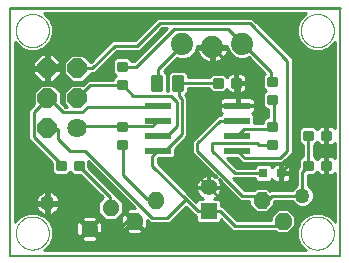
<source format=gtl>
G75*
%MOIN*%
%OFA0B0*%
%FSLAX25Y25*%
%IPPOS*%
%LPD*%
%AMOC8*
5,1,8,0,0,1.08239X$1,22.5*
%
%ADD10C,0.00800*%
%ADD11C,0.00000*%
%ADD12C,0.01000*%
%ADD13C,0.05000*%
%ADD14C,0.00875*%
%ADD15R,0.05550X0.05550*%
%ADD16C,0.05550*%
%ADD17C,0.01120*%
%ADD18R,0.03150X0.03150*%
%ADD19C,0.06400*%
%ADD20OC8,0.06400*%
%ADD21R,0.08700X0.02400*%
%ADD22C,0.07400*%
D10*
X0001823Y0001500D02*
X0001823Y0084000D01*
X0111823Y0084000D02*
X0111823Y0001500D01*
X0001823Y0001500D01*
D11*
X0003811Y0009000D02*
X0003813Y0009148D01*
X0003819Y0009296D01*
X0003829Y0009444D01*
X0003843Y0009591D01*
X0003861Y0009738D01*
X0003882Y0009884D01*
X0003908Y0010030D01*
X0003938Y0010175D01*
X0003971Y0010319D01*
X0004009Y0010462D01*
X0004050Y0010604D01*
X0004095Y0010745D01*
X0004143Y0010885D01*
X0004196Y0011024D01*
X0004252Y0011161D01*
X0004312Y0011296D01*
X0004375Y0011430D01*
X0004442Y0011562D01*
X0004513Y0011692D01*
X0004587Y0011820D01*
X0004664Y0011946D01*
X0004745Y0012070D01*
X0004829Y0012192D01*
X0004916Y0012311D01*
X0005007Y0012428D01*
X0005101Y0012543D01*
X0005197Y0012655D01*
X0005297Y0012765D01*
X0005399Y0012871D01*
X0005505Y0012975D01*
X0005613Y0013076D01*
X0005724Y0013174D01*
X0005837Y0013270D01*
X0005953Y0013362D01*
X0006071Y0013451D01*
X0006192Y0013536D01*
X0006315Y0013619D01*
X0006440Y0013698D01*
X0006567Y0013774D01*
X0006696Y0013846D01*
X0006827Y0013915D01*
X0006960Y0013980D01*
X0007095Y0014041D01*
X0007231Y0014099D01*
X0007368Y0014154D01*
X0007507Y0014204D01*
X0007648Y0014251D01*
X0007789Y0014294D01*
X0007932Y0014334D01*
X0008076Y0014369D01*
X0008220Y0014401D01*
X0008366Y0014428D01*
X0008512Y0014452D01*
X0008659Y0014472D01*
X0008806Y0014488D01*
X0008953Y0014500D01*
X0009101Y0014508D01*
X0009249Y0014512D01*
X0009397Y0014512D01*
X0009545Y0014508D01*
X0009693Y0014500D01*
X0009840Y0014488D01*
X0009987Y0014472D01*
X0010134Y0014452D01*
X0010280Y0014428D01*
X0010426Y0014401D01*
X0010570Y0014369D01*
X0010714Y0014334D01*
X0010857Y0014294D01*
X0010998Y0014251D01*
X0011139Y0014204D01*
X0011278Y0014154D01*
X0011415Y0014099D01*
X0011551Y0014041D01*
X0011686Y0013980D01*
X0011819Y0013915D01*
X0011950Y0013846D01*
X0012079Y0013774D01*
X0012206Y0013698D01*
X0012331Y0013619D01*
X0012454Y0013536D01*
X0012575Y0013451D01*
X0012693Y0013362D01*
X0012809Y0013270D01*
X0012922Y0013174D01*
X0013033Y0013076D01*
X0013141Y0012975D01*
X0013247Y0012871D01*
X0013349Y0012765D01*
X0013449Y0012655D01*
X0013545Y0012543D01*
X0013639Y0012428D01*
X0013730Y0012311D01*
X0013817Y0012192D01*
X0013901Y0012070D01*
X0013982Y0011946D01*
X0014059Y0011820D01*
X0014133Y0011692D01*
X0014204Y0011562D01*
X0014271Y0011430D01*
X0014334Y0011296D01*
X0014394Y0011161D01*
X0014450Y0011024D01*
X0014503Y0010885D01*
X0014551Y0010745D01*
X0014596Y0010604D01*
X0014637Y0010462D01*
X0014675Y0010319D01*
X0014708Y0010175D01*
X0014738Y0010030D01*
X0014764Y0009884D01*
X0014785Y0009738D01*
X0014803Y0009591D01*
X0014817Y0009444D01*
X0014827Y0009296D01*
X0014833Y0009148D01*
X0014835Y0009000D01*
X0014833Y0008852D01*
X0014827Y0008704D01*
X0014817Y0008556D01*
X0014803Y0008409D01*
X0014785Y0008262D01*
X0014764Y0008116D01*
X0014738Y0007970D01*
X0014708Y0007825D01*
X0014675Y0007681D01*
X0014637Y0007538D01*
X0014596Y0007396D01*
X0014551Y0007255D01*
X0014503Y0007115D01*
X0014450Y0006976D01*
X0014394Y0006839D01*
X0014334Y0006704D01*
X0014271Y0006570D01*
X0014204Y0006438D01*
X0014133Y0006308D01*
X0014059Y0006180D01*
X0013982Y0006054D01*
X0013901Y0005930D01*
X0013817Y0005808D01*
X0013730Y0005689D01*
X0013639Y0005572D01*
X0013545Y0005457D01*
X0013449Y0005345D01*
X0013349Y0005235D01*
X0013247Y0005129D01*
X0013141Y0005025D01*
X0013033Y0004924D01*
X0012922Y0004826D01*
X0012809Y0004730D01*
X0012693Y0004638D01*
X0012575Y0004549D01*
X0012454Y0004464D01*
X0012331Y0004381D01*
X0012206Y0004302D01*
X0012079Y0004226D01*
X0011950Y0004154D01*
X0011819Y0004085D01*
X0011686Y0004020D01*
X0011551Y0003959D01*
X0011415Y0003901D01*
X0011278Y0003846D01*
X0011139Y0003796D01*
X0010998Y0003749D01*
X0010857Y0003706D01*
X0010714Y0003666D01*
X0010570Y0003631D01*
X0010426Y0003599D01*
X0010280Y0003572D01*
X0010134Y0003548D01*
X0009987Y0003528D01*
X0009840Y0003512D01*
X0009693Y0003500D01*
X0009545Y0003492D01*
X0009397Y0003488D01*
X0009249Y0003488D01*
X0009101Y0003492D01*
X0008953Y0003500D01*
X0008806Y0003512D01*
X0008659Y0003528D01*
X0008512Y0003548D01*
X0008366Y0003572D01*
X0008220Y0003599D01*
X0008076Y0003631D01*
X0007932Y0003666D01*
X0007789Y0003706D01*
X0007648Y0003749D01*
X0007507Y0003796D01*
X0007368Y0003846D01*
X0007231Y0003901D01*
X0007095Y0003959D01*
X0006960Y0004020D01*
X0006827Y0004085D01*
X0006696Y0004154D01*
X0006567Y0004226D01*
X0006440Y0004302D01*
X0006315Y0004381D01*
X0006192Y0004464D01*
X0006071Y0004549D01*
X0005953Y0004638D01*
X0005837Y0004730D01*
X0005724Y0004826D01*
X0005613Y0004924D01*
X0005505Y0005025D01*
X0005399Y0005129D01*
X0005297Y0005235D01*
X0005197Y0005345D01*
X0005101Y0005457D01*
X0005007Y0005572D01*
X0004916Y0005689D01*
X0004829Y0005808D01*
X0004745Y0005930D01*
X0004664Y0006054D01*
X0004587Y0006180D01*
X0004513Y0006308D01*
X0004442Y0006438D01*
X0004375Y0006570D01*
X0004312Y0006704D01*
X0004252Y0006839D01*
X0004196Y0006976D01*
X0004143Y0007115D01*
X0004095Y0007255D01*
X0004050Y0007396D01*
X0004009Y0007538D01*
X0003971Y0007681D01*
X0003938Y0007825D01*
X0003908Y0007970D01*
X0003882Y0008116D01*
X0003861Y0008262D01*
X0003843Y0008409D01*
X0003829Y0008556D01*
X0003819Y0008704D01*
X0003813Y0008852D01*
X0003811Y0009000D01*
X0003811Y0076500D02*
X0003813Y0076648D01*
X0003819Y0076796D01*
X0003829Y0076944D01*
X0003843Y0077091D01*
X0003861Y0077238D01*
X0003882Y0077384D01*
X0003908Y0077530D01*
X0003938Y0077675D01*
X0003971Y0077819D01*
X0004009Y0077962D01*
X0004050Y0078104D01*
X0004095Y0078245D01*
X0004143Y0078385D01*
X0004196Y0078524D01*
X0004252Y0078661D01*
X0004312Y0078796D01*
X0004375Y0078930D01*
X0004442Y0079062D01*
X0004513Y0079192D01*
X0004587Y0079320D01*
X0004664Y0079446D01*
X0004745Y0079570D01*
X0004829Y0079692D01*
X0004916Y0079811D01*
X0005007Y0079928D01*
X0005101Y0080043D01*
X0005197Y0080155D01*
X0005297Y0080265D01*
X0005399Y0080371D01*
X0005505Y0080475D01*
X0005613Y0080576D01*
X0005724Y0080674D01*
X0005837Y0080770D01*
X0005953Y0080862D01*
X0006071Y0080951D01*
X0006192Y0081036D01*
X0006315Y0081119D01*
X0006440Y0081198D01*
X0006567Y0081274D01*
X0006696Y0081346D01*
X0006827Y0081415D01*
X0006960Y0081480D01*
X0007095Y0081541D01*
X0007231Y0081599D01*
X0007368Y0081654D01*
X0007507Y0081704D01*
X0007648Y0081751D01*
X0007789Y0081794D01*
X0007932Y0081834D01*
X0008076Y0081869D01*
X0008220Y0081901D01*
X0008366Y0081928D01*
X0008512Y0081952D01*
X0008659Y0081972D01*
X0008806Y0081988D01*
X0008953Y0082000D01*
X0009101Y0082008D01*
X0009249Y0082012D01*
X0009397Y0082012D01*
X0009545Y0082008D01*
X0009693Y0082000D01*
X0009840Y0081988D01*
X0009987Y0081972D01*
X0010134Y0081952D01*
X0010280Y0081928D01*
X0010426Y0081901D01*
X0010570Y0081869D01*
X0010714Y0081834D01*
X0010857Y0081794D01*
X0010998Y0081751D01*
X0011139Y0081704D01*
X0011278Y0081654D01*
X0011415Y0081599D01*
X0011551Y0081541D01*
X0011686Y0081480D01*
X0011819Y0081415D01*
X0011950Y0081346D01*
X0012079Y0081274D01*
X0012206Y0081198D01*
X0012331Y0081119D01*
X0012454Y0081036D01*
X0012575Y0080951D01*
X0012693Y0080862D01*
X0012809Y0080770D01*
X0012922Y0080674D01*
X0013033Y0080576D01*
X0013141Y0080475D01*
X0013247Y0080371D01*
X0013349Y0080265D01*
X0013449Y0080155D01*
X0013545Y0080043D01*
X0013639Y0079928D01*
X0013730Y0079811D01*
X0013817Y0079692D01*
X0013901Y0079570D01*
X0013982Y0079446D01*
X0014059Y0079320D01*
X0014133Y0079192D01*
X0014204Y0079062D01*
X0014271Y0078930D01*
X0014334Y0078796D01*
X0014394Y0078661D01*
X0014450Y0078524D01*
X0014503Y0078385D01*
X0014551Y0078245D01*
X0014596Y0078104D01*
X0014637Y0077962D01*
X0014675Y0077819D01*
X0014708Y0077675D01*
X0014738Y0077530D01*
X0014764Y0077384D01*
X0014785Y0077238D01*
X0014803Y0077091D01*
X0014817Y0076944D01*
X0014827Y0076796D01*
X0014833Y0076648D01*
X0014835Y0076500D01*
X0014833Y0076352D01*
X0014827Y0076204D01*
X0014817Y0076056D01*
X0014803Y0075909D01*
X0014785Y0075762D01*
X0014764Y0075616D01*
X0014738Y0075470D01*
X0014708Y0075325D01*
X0014675Y0075181D01*
X0014637Y0075038D01*
X0014596Y0074896D01*
X0014551Y0074755D01*
X0014503Y0074615D01*
X0014450Y0074476D01*
X0014394Y0074339D01*
X0014334Y0074204D01*
X0014271Y0074070D01*
X0014204Y0073938D01*
X0014133Y0073808D01*
X0014059Y0073680D01*
X0013982Y0073554D01*
X0013901Y0073430D01*
X0013817Y0073308D01*
X0013730Y0073189D01*
X0013639Y0073072D01*
X0013545Y0072957D01*
X0013449Y0072845D01*
X0013349Y0072735D01*
X0013247Y0072629D01*
X0013141Y0072525D01*
X0013033Y0072424D01*
X0012922Y0072326D01*
X0012809Y0072230D01*
X0012693Y0072138D01*
X0012575Y0072049D01*
X0012454Y0071964D01*
X0012331Y0071881D01*
X0012206Y0071802D01*
X0012079Y0071726D01*
X0011950Y0071654D01*
X0011819Y0071585D01*
X0011686Y0071520D01*
X0011551Y0071459D01*
X0011415Y0071401D01*
X0011278Y0071346D01*
X0011139Y0071296D01*
X0010998Y0071249D01*
X0010857Y0071206D01*
X0010714Y0071166D01*
X0010570Y0071131D01*
X0010426Y0071099D01*
X0010280Y0071072D01*
X0010134Y0071048D01*
X0009987Y0071028D01*
X0009840Y0071012D01*
X0009693Y0071000D01*
X0009545Y0070992D01*
X0009397Y0070988D01*
X0009249Y0070988D01*
X0009101Y0070992D01*
X0008953Y0071000D01*
X0008806Y0071012D01*
X0008659Y0071028D01*
X0008512Y0071048D01*
X0008366Y0071072D01*
X0008220Y0071099D01*
X0008076Y0071131D01*
X0007932Y0071166D01*
X0007789Y0071206D01*
X0007648Y0071249D01*
X0007507Y0071296D01*
X0007368Y0071346D01*
X0007231Y0071401D01*
X0007095Y0071459D01*
X0006960Y0071520D01*
X0006827Y0071585D01*
X0006696Y0071654D01*
X0006567Y0071726D01*
X0006440Y0071802D01*
X0006315Y0071881D01*
X0006192Y0071964D01*
X0006071Y0072049D01*
X0005953Y0072138D01*
X0005837Y0072230D01*
X0005724Y0072326D01*
X0005613Y0072424D01*
X0005505Y0072525D01*
X0005399Y0072629D01*
X0005297Y0072735D01*
X0005197Y0072845D01*
X0005101Y0072957D01*
X0005007Y0073072D01*
X0004916Y0073189D01*
X0004829Y0073308D01*
X0004745Y0073430D01*
X0004664Y0073554D01*
X0004587Y0073680D01*
X0004513Y0073808D01*
X0004442Y0073938D01*
X0004375Y0074070D01*
X0004312Y0074204D01*
X0004252Y0074339D01*
X0004196Y0074476D01*
X0004143Y0074615D01*
X0004095Y0074755D01*
X0004050Y0074896D01*
X0004009Y0075038D01*
X0003971Y0075181D01*
X0003938Y0075325D01*
X0003908Y0075470D01*
X0003882Y0075616D01*
X0003861Y0075762D01*
X0003843Y0075909D01*
X0003829Y0076056D01*
X0003819Y0076204D01*
X0003813Y0076352D01*
X0003811Y0076500D01*
X0098811Y0076500D02*
X0098813Y0076648D01*
X0098819Y0076796D01*
X0098829Y0076944D01*
X0098843Y0077091D01*
X0098861Y0077238D01*
X0098882Y0077384D01*
X0098908Y0077530D01*
X0098938Y0077675D01*
X0098971Y0077819D01*
X0099009Y0077962D01*
X0099050Y0078104D01*
X0099095Y0078245D01*
X0099143Y0078385D01*
X0099196Y0078524D01*
X0099252Y0078661D01*
X0099312Y0078796D01*
X0099375Y0078930D01*
X0099442Y0079062D01*
X0099513Y0079192D01*
X0099587Y0079320D01*
X0099664Y0079446D01*
X0099745Y0079570D01*
X0099829Y0079692D01*
X0099916Y0079811D01*
X0100007Y0079928D01*
X0100101Y0080043D01*
X0100197Y0080155D01*
X0100297Y0080265D01*
X0100399Y0080371D01*
X0100505Y0080475D01*
X0100613Y0080576D01*
X0100724Y0080674D01*
X0100837Y0080770D01*
X0100953Y0080862D01*
X0101071Y0080951D01*
X0101192Y0081036D01*
X0101315Y0081119D01*
X0101440Y0081198D01*
X0101567Y0081274D01*
X0101696Y0081346D01*
X0101827Y0081415D01*
X0101960Y0081480D01*
X0102095Y0081541D01*
X0102231Y0081599D01*
X0102368Y0081654D01*
X0102507Y0081704D01*
X0102648Y0081751D01*
X0102789Y0081794D01*
X0102932Y0081834D01*
X0103076Y0081869D01*
X0103220Y0081901D01*
X0103366Y0081928D01*
X0103512Y0081952D01*
X0103659Y0081972D01*
X0103806Y0081988D01*
X0103953Y0082000D01*
X0104101Y0082008D01*
X0104249Y0082012D01*
X0104397Y0082012D01*
X0104545Y0082008D01*
X0104693Y0082000D01*
X0104840Y0081988D01*
X0104987Y0081972D01*
X0105134Y0081952D01*
X0105280Y0081928D01*
X0105426Y0081901D01*
X0105570Y0081869D01*
X0105714Y0081834D01*
X0105857Y0081794D01*
X0105998Y0081751D01*
X0106139Y0081704D01*
X0106278Y0081654D01*
X0106415Y0081599D01*
X0106551Y0081541D01*
X0106686Y0081480D01*
X0106819Y0081415D01*
X0106950Y0081346D01*
X0107079Y0081274D01*
X0107206Y0081198D01*
X0107331Y0081119D01*
X0107454Y0081036D01*
X0107575Y0080951D01*
X0107693Y0080862D01*
X0107809Y0080770D01*
X0107922Y0080674D01*
X0108033Y0080576D01*
X0108141Y0080475D01*
X0108247Y0080371D01*
X0108349Y0080265D01*
X0108449Y0080155D01*
X0108545Y0080043D01*
X0108639Y0079928D01*
X0108730Y0079811D01*
X0108817Y0079692D01*
X0108901Y0079570D01*
X0108982Y0079446D01*
X0109059Y0079320D01*
X0109133Y0079192D01*
X0109204Y0079062D01*
X0109271Y0078930D01*
X0109334Y0078796D01*
X0109394Y0078661D01*
X0109450Y0078524D01*
X0109503Y0078385D01*
X0109551Y0078245D01*
X0109596Y0078104D01*
X0109637Y0077962D01*
X0109675Y0077819D01*
X0109708Y0077675D01*
X0109738Y0077530D01*
X0109764Y0077384D01*
X0109785Y0077238D01*
X0109803Y0077091D01*
X0109817Y0076944D01*
X0109827Y0076796D01*
X0109833Y0076648D01*
X0109835Y0076500D01*
X0109833Y0076352D01*
X0109827Y0076204D01*
X0109817Y0076056D01*
X0109803Y0075909D01*
X0109785Y0075762D01*
X0109764Y0075616D01*
X0109738Y0075470D01*
X0109708Y0075325D01*
X0109675Y0075181D01*
X0109637Y0075038D01*
X0109596Y0074896D01*
X0109551Y0074755D01*
X0109503Y0074615D01*
X0109450Y0074476D01*
X0109394Y0074339D01*
X0109334Y0074204D01*
X0109271Y0074070D01*
X0109204Y0073938D01*
X0109133Y0073808D01*
X0109059Y0073680D01*
X0108982Y0073554D01*
X0108901Y0073430D01*
X0108817Y0073308D01*
X0108730Y0073189D01*
X0108639Y0073072D01*
X0108545Y0072957D01*
X0108449Y0072845D01*
X0108349Y0072735D01*
X0108247Y0072629D01*
X0108141Y0072525D01*
X0108033Y0072424D01*
X0107922Y0072326D01*
X0107809Y0072230D01*
X0107693Y0072138D01*
X0107575Y0072049D01*
X0107454Y0071964D01*
X0107331Y0071881D01*
X0107206Y0071802D01*
X0107079Y0071726D01*
X0106950Y0071654D01*
X0106819Y0071585D01*
X0106686Y0071520D01*
X0106551Y0071459D01*
X0106415Y0071401D01*
X0106278Y0071346D01*
X0106139Y0071296D01*
X0105998Y0071249D01*
X0105857Y0071206D01*
X0105714Y0071166D01*
X0105570Y0071131D01*
X0105426Y0071099D01*
X0105280Y0071072D01*
X0105134Y0071048D01*
X0104987Y0071028D01*
X0104840Y0071012D01*
X0104693Y0071000D01*
X0104545Y0070992D01*
X0104397Y0070988D01*
X0104249Y0070988D01*
X0104101Y0070992D01*
X0103953Y0071000D01*
X0103806Y0071012D01*
X0103659Y0071028D01*
X0103512Y0071048D01*
X0103366Y0071072D01*
X0103220Y0071099D01*
X0103076Y0071131D01*
X0102932Y0071166D01*
X0102789Y0071206D01*
X0102648Y0071249D01*
X0102507Y0071296D01*
X0102368Y0071346D01*
X0102231Y0071401D01*
X0102095Y0071459D01*
X0101960Y0071520D01*
X0101827Y0071585D01*
X0101696Y0071654D01*
X0101567Y0071726D01*
X0101440Y0071802D01*
X0101315Y0071881D01*
X0101192Y0071964D01*
X0101071Y0072049D01*
X0100953Y0072138D01*
X0100837Y0072230D01*
X0100724Y0072326D01*
X0100613Y0072424D01*
X0100505Y0072525D01*
X0100399Y0072629D01*
X0100297Y0072735D01*
X0100197Y0072845D01*
X0100101Y0072957D01*
X0100007Y0073072D01*
X0099916Y0073189D01*
X0099829Y0073308D01*
X0099745Y0073430D01*
X0099664Y0073554D01*
X0099587Y0073680D01*
X0099513Y0073808D01*
X0099442Y0073938D01*
X0099375Y0074070D01*
X0099312Y0074204D01*
X0099252Y0074339D01*
X0099196Y0074476D01*
X0099143Y0074615D01*
X0099095Y0074755D01*
X0099050Y0074896D01*
X0099009Y0075038D01*
X0098971Y0075181D01*
X0098938Y0075325D01*
X0098908Y0075470D01*
X0098882Y0075616D01*
X0098861Y0075762D01*
X0098843Y0075909D01*
X0098829Y0076056D01*
X0098819Y0076204D01*
X0098813Y0076352D01*
X0098811Y0076500D01*
X0098811Y0009000D02*
X0098813Y0009148D01*
X0098819Y0009296D01*
X0098829Y0009444D01*
X0098843Y0009591D01*
X0098861Y0009738D01*
X0098882Y0009884D01*
X0098908Y0010030D01*
X0098938Y0010175D01*
X0098971Y0010319D01*
X0099009Y0010462D01*
X0099050Y0010604D01*
X0099095Y0010745D01*
X0099143Y0010885D01*
X0099196Y0011024D01*
X0099252Y0011161D01*
X0099312Y0011296D01*
X0099375Y0011430D01*
X0099442Y0011562D01*
X0099513Y0011692D01*
X0099587Y0011820D01*
X0099664Y0011946D01*
X0099745Y0012070D01*
X0099829Y0012192D01*
X0099916Y0012311D01*
X0100007Y0012428D01*
X0100101Y0012543D01*
X0100197Y0012655D01*
X0100297Y0012765D01*
X0100399Y0012871D01*
X0100505Y0012975D01*
X0100613Y0013076D01*
X0100724Y0013174D01*
X0100837Y0013270D01*
X0100953Y0013362D01*
X0101071Y0013451D01*
X0101192Y0013536D01*
X0101315Y0013619D01*
X0101440Y0013698D01*
X0101567Y0013774D01*
X0101696Y0013846D01*
X0101827Y0013915D01*
X0101960Y0013980D01*
X0102095Y0014041D01*
X0102231Y0014099D01*
X0102368Y0014154D01*
X0102507Y0014204D01*
X0102648Y0014251D01*
X0102789Y0014294D01*
X0102932Y0014334D01*
X0103076Y0014369D01*
X0103220Y0014401D01*
X0103366Y0014428D01*
X0103512Y0014452D01*
X0103659Y0014472D01*
X0103806Y0014488D01*
X0103953Y0014500D01*
X0104101Y0014508D01*
X0104249Y0014512D01*
X0104397Y0014512D01*
X0104545Y0014508D01*
X0104693Y0014500D01*
X0104840Y0014488D01*
X0104987Y0014472D01*
X0105134Y0014452D01*
X0105280Y0014428D01*
X0105426Y0014401D01*
X0105570Y0014369D01*
X0105714Y0014334D01*
X0105857Y0014294D01*
X0105998Y0014251D01*
X0106139Y0014204D01*
X0106278Y0014154D01*
X0106415Y0014099D01*
X0106551Y0014041D01*
X0106686Y0013980D01*
X0106819Y0013915D01*
X0106950Y0013846D01*
X0107079Y0013774D01*
X0107206Y0013698D01*
X0107331Y0013619D01*
X0107454Y0013536D01*
X0107575Y0013451D01*
X0107693Y0013362D01*
X0107809Y0013270D01*
X0107922Y0013174D01*
X0108033Y0013076D01*
X0108141Y0012975D01*
X0108247Y0012871D01*
X0108349Y0012765D01*
X0108449Y0012655D01*
X0108545Y0012543D01*
X0108639Y0012428D01*
X0108730Y0012311D01*
X0108817Y0012192D01*
X0108901Y0012070D01*
X0108982Y0011946D01*
X0109059Y0011820D01*
X0109133Y0011692D01*
X0109204Y0011562D01*
X0109271Y0011430D01*
X0109334Y0011296D01*
X0109394Y0011161D01*
X0109450Y0011024D01*
X0109503Y0010885D01*
X0109551Y0010745D01*
X0109596Y0010604D01*
X0109637Y0010462D01*
X0109675Y0010319D01*
X0109708Y0010175D01*
X0109738Y0010030D01*
X0109764Y0009884D01*
X0109785Y0009738D01*
X0109803Y0009591D01*
X0109817Y0009444D01*
X0109827Y0009296D01*
X0109833Y0009148D01*
X0109835Y0009000D01*
X0109833Y0008852D01*
X0109827Y0008704D01*
X0109817Y0008556D01*
X0109803Y0008409D01*
X0109785Y0008262D01*
X0109764Y0008116D01*
X0109738Y0007970D01*
X0109708Y0007825D01*
X0109675Y0007681D01*
X0109637Y0007538D01*
X0109596Y0007396D01*
X0109551Y0007255D01*
X0109503Y0007115D01*
X0109450Y0006976D01*
X0109394Y0006839D01*
X0109334Y0006704D01*
X0109271Y0006570D01*
X0109204Y0006438D01*
X0109133Y0006308D01*
X0109059Y0006180D01*
X0108982Y0006054D01*
X0108901Y0005930D01*
X0108817Y0005808D01*
X0108730Y0005689D01*
X0108639Y0005572D01*
X0108545Y0005457D01*
X0108449Y0005345D01*
X0108349Y0005235D01*
X0108247Y0005129D01*
X0108141Y0005025D01*
X0108033Y0004924D01*
X0107922Y0004826D01*
X0107809Y0004730D01*
X0107693Y0004638D01*
X0107575Y0004549D01*
X0107454Y0004464D01*
X0107331Y0004381D01*
X0107206Y0004302D01*
X0107079Y0004226D01*
X0106950Y0004154D01*
X0106819Y0004085D01*
X0106686Y0004020D01*
X0106551Y0003959D01*
X0106415Y0003901D01*
X0106278Y0003846D01*
X0106139Y0003796D01*
X0105998Y0003749D01*
X0105857Y0003706D01*
X0105714Y0003666D01*
X0105570Y0003631D01*
X0105426Y0003599D01*
X0105280Y0003572D01*
X0105134Y0003548D01*
X0104987Y0003528D01*
X0104840Y0003512D01*
X0104693Y0003500D01*
X0104545Y0003492D01*
X0104397Y0003488D01*
X0104249Y0003488D01*
X0104101Y0003492D01*
X0103953Y0003500D01*
X0103806Y0003512D01*
X0103659Y0003528D01*
X0103512Y0003548D01*
X0103366Y0003572D01*
X0103220Y0003599D01*
X0103076Y0003631D01*
X0102932Y0003666D01*
X0102789Y0003706D01*
X0102648Y0003749D01*
X0102507Y0003796D01*
X0102368Y0003846D01*
X0102231Y0003901D01*
X0102095Y0003959D01*
X0101960Y0004020D01*
X0101827Y0004085D01*
X0101696Y0004154D01*
X0101567Y0004226D01*
X0101440Y0004302D01*
X0101315Y0004381D01*
X0101192Y0004464D01*
X0101071Y0004549D01*
X0100953Y0004638D01*
X0100837Y0004730D01*
X0100724Y0004826D01*
X0100613Y0004924D01*
X0100505Y0005025D01*
X0100399Y0005129D01*
X0100297Y0005235D01*
X0100197Y0005345D01*
X0100101Y0005457D01*
X0100007Y0005572D01*
X0099916Y0005689D01*
X0099829Y0005808D01*
X0099745Y0005930D01*
X0099664Y0006054D01*
X0099587Y0006180D01*
X0099513Y0006308D01*
X0099442Y0006438D01*
X0099375Y0006570D01*
X0099312Y0006704D01*
X0099252Y0006839D01*
X0099196Y0006976D01*
X0099143Y0007115D01*
X0099095Y0007255D01*
X0099050Y0007396D01*
X0099009Y0007538D01*
X0098971Y0007681D01*
X0098938Y0007825D01*
X0098908Y0007970D01*
X0098882Y0008116D01*
X0098861Y0008262D01*
X0098843Y0008409D01*
X0098829Y0008556D01*
X0098819Y0008704D01*
X0098813Y0008852D01*
X0098811Y0009000D01*
D12*
X0097511Y0008993D02*
X0094685Y0008993D01*
X0094557Y0008864D02*
X0096958Y0011266D01*
X0096958Y0014663D01*
X0094557Y0017064D01*
X0091160Y0017064D01*
X0088759Y0014663D01*
X0088759Y0013300D01*
X0077569Y0013300D01*
X0072756Y0018113D01*
X0072148Y0018113D01*
X0072148Y0019626D01*
X0071386Y0020388D01*
X0070033Y0020388D01*
X0070313Y0020531D01*
X0070858Y0020926D01*
X0071334Y0021402D01*
X0071729Y0021947D01*
X0072035Y0022546D01*
X0072243Y0023186D01*
X0072348Y0023851D01*
X0072348Y0023900D01*
X0068360Y0023900D01*
X0068360Y0024474D01*
X0072348Y0024474D01*
X0072348Y0024523D01*
X0072243Y0025188D01*
X0072035Y0025828D01*
X0071729Y0026427D01*
X0071408Y0026869D01*
X0077523Y0020754D01*
X0078577Y0019700D01*
X0081687Y0019700D01*
X0081687Y0018337D01*
X0084089Y0015936D01*
X0087486Y0015936D01*
X0089887Y0018337D01*
X0089887Y0019519D01*
X0090069Y0019700D01*
X0095955Y0019700D01*
X0096101Y0019347D01*
X0097170Y0018279D01*
X0098567Y0017700D01*
X0100079Y0017700D01*
X0101475Y0018279D01*
X0102544Y0019347D01*
X0103123Y0020744D01*
X0103123Y0022256D01*
X0102544Y0023653D01*
X0101475Y0024721D01*
X0101123Y0024867D01*
X0101123Y0028450D01*
X0103355Y0028450D01*
X0104256Y0029351D01*
X0104460Y0028998D01*
X0104821Y0028637D01*
X0105263Y0028382D01*
X0105755Y0028250D01*
X0106948Y0028250D01*
X0106948Y0031125D01*
X0107698Y0031125D01*
X0107698Y0028250D01*
X0108891Y0028250D01*
X0109383Y0028382D01*
X0109825Y0028637D01*
X0110123Y0028935D01*
X0110123Y0012798D01*
X0110098Y0012859D01*
X0108182Y0014775D01*
X0105678Y0015812D01*
X0102968Y0015812D01*
X0100464Y0014775D01*
X0098548Y0012859D01*
X0097511Y0010355D01*
X0097511Y0007645D01*
X0098548Y0005141D01*
X0100464Y0003225D01*
X0100525Y0003200D01*
X0013121Y0003200D01*
X0013182Y0003225D01*
X0015098Y0005141D01*
X0016135Y0007645D01*
X0016135Y0010355D01*
X0015098Y0012859D01*
X0013182Y0014775D01*
X0010678Y0015812D01*
X0007968Y0015812D01*
X0005464Y0014775D01*
X0003548Y0012859D01*
X0003523Y0012798D01*
X0003523Y0072702D01*
X0003548Y0072641D01*
X0005464Y0070725D01*
X0007968Y0069688D01*
X0010678Y0069688D01*
X0013182Y0070725D01*
X0015098Y0072641D01*
X0016135Y0075145D01*
X0016135Y0077855D01*
X0015098Y0080359D01*
X0013256Y0082200D01*
X0100390Y0082200D01*
X0098548Y0080359D01*
X0097511Y0077855D01*
X0097511Y0075145D01*
X0098548Y0072641D01*
X0100464Y0070725D01*
X0102968Y0069688D01*
X0105678Y0069688D01*
X0108182Y0070725D01*
X0110098Y0072641D01*
X0110123Y0072702D01*
X0110123Y0044065D01*
X0109825Y0044363D01*
X0109383Y0044618D01*
X0108891Y0044750D01*
X0107698Y0044750D01*
X0107698Y0041875D01*
X0106948Y0041875D01*
X0106948Y0044750D01*
X0105755Y0044750D01*
X0105263Y0044618D01*
X0104821Y0044363D01*
X0104460Y0044002D01*
X0104256Y0043649D01*
X0103355Y0044550D01*
X0099291Y0044550D01*
X0098273Y0043532D01*
X0098273Y0039468D01*
X0099291Y0038450D01*
X0099523Y0038450D01*
X0099523Y0034550D01*
X0099291Y0034550D01*
X0098273Y0033532D01*
X0098273Y0030996D01*
X0097523Y0030246D01*
X0097523Y0024867D01*
X0097170Y0024721D01*
X0096101Y0023653D01*
X0095955Y0023300D01*
X0088577Y0023300D01*
X0088449Y0023172D01*
X0087486Y0024136D01*
X0084089Y0024136D01*
X0083254Y0023300D01*
X0080069Y0023300D01*
X0076169Y0027200D01*
X0083495Y0027200D01*
X0083495Y0026887D01*
X0084257Y0026125D01*
X0088483Y0026125D01*
X0089245Y0026887D01*
X0089245Y0027063D01*
X0089303Y0026846D01*
X0089501Y0026504D01*
X0089780Y0026225D01*
X0090122Y0026027D01*
X0090503Y0025925D01*
X0091988Y0025925D01*
X0091988Y0028713D01*
X0092563Y0028713D01*
X0092563Y0029287D01*
X0095351Y0029287D01*
X0095351Y0030772D01*
X0095248Y0031154D01*
X0095051Y0031496D01*
X0094772Y0031775D01*
X0094430Y0031973D01*
X0094048Y0032075D01*
X0092563Y0032075D01*
X0092563Y0029287D01*
X0091988Y0029287D01*
X0091988Y0032075D01*
X0090503Y0032075D01*
X0090122Y0031973D01*
X0089780Y0031775D01*
X0089501Y0031496D01*
X0089303Y0031154D01*
X0089245Y0030937D01*
X0089245Y0031113D01*
X0088483Y0031875D01*
X0084257Y0031875D01*
X0083495Y0031113D01*
X0083495Y0030800D01*
X0077569Y0030800D01*
X0074369Y0034000D01*
X0077577Y0034000D01*
X0079377Y0032200D01*
X0092569Y0032200D01*
X0093623Y0033254D01*
X0096123Y0035754D01*
X0096123Y0067246D01*
X0095069Y0068300D01*
X0082569Y0080800D01*
X0051077Y0080800D01*
X0050023Y0079746D01*
X0043577Y0073300D01*
X0036077Y0073300D01*
X0035023Y0072246D01*
X0028732Y0065955D01*
X0026187Y0068500D01*
X0022459Y0068500D01*
X0019823Y0065864D01*
X0019823Y0062136D01*
X0022459Y0059500D01*
X0026187Y0059500D01*
X0028823Y0062136D01*
X0028823Y0062200D01*
X0030069Y0062200D01*
X0037569Y0069700D01*
X0045069Y0069700D01*
X0052569Y0077200D01*
X0054077Y0077200D01*
X0043177Y0066300D01*
X0042373Y0066300D01*
X0042373Y0066532D01*
X0041355Y0067550D01*
X0037291Y0067550D01*
X0036273Y0066532D01*
X0036273Y0062468D01*
X0037241Y0061500D01*
X0036273Y0060532D01*
X0036273Y0060000D01*
X0027877Y0060000D01*
X0026282Y0058405D01*
X0026187Y0058500D01*
X0022459Y0058500D01*
X0019823Y0055864D01*
X0019823Y0052136D01*
X0020959Y0051000D01*
X0020369Y0051000D01*
X0018823Y0052546D01*
X0018823Y0055864D01*
X0016187Y0058500D01*
X0012459Y0058500D01*
X0009823Y0055864D01*
X0009823Y0052136D01*
X0009968Y0051991D01*
X0007923Y0049946D01*
X0007923Y0040354D01*
X0008977Y0039300D01*
X0008977Y0039300D01*
X0015773Y0032504D01*
X0015773Y0029468D01*
X0016791Y0028450D01*
X0020855Y0028450D01*
X0021823Y0029418D01*
X0022791Y0028450D01*
X0025327Y0028450D01*
X0032901Y0020876D01*
X0031259Y0019234D01*
X0031259Y0015837D01*
X0033660Y0013436D01*
X0037057Y0013436D01*
X0039458Y0015837D01*
X0039458Y0019234D01*
X0037158Y0021534D01*
X0037158Y0021710D01*
X0027873Y0030996D01*
X0027873Y0032904D01*
X0043513Y0017264D01*
X0041506Y0017264D01*
X0040459Y0016217D01*
X0043287Y0013389D01*
X0042863Y0012964D01*
X0043287Y0012540D01*
X0040459Y0009712D01*
X0041506Y0008664D01*
X0045069Y0008664D01*
X0046116Y0009712D01*
X0043287Y0012540D01*
X0043712Y0012964D01*
X0046540Y0010136D01*
X0047587Y0011183D01*
X0047587Y0013190D01*
X0048577Y0012200D01*
X0055069Y0012200D01*
X0056123Y0013254D01*
X0056123Y0013254D01*
X0060573Y0017704D01*
X0063764Y0014513D01*
X0063998Y0014513D01*
X0063998Y0013000D01*
X0064760Y0012238D01*
X0071386Y0012238D01*
X0072148Y0013000D01*
X0072148Y0013630D01*
X0075023Y0010754D01*
X0076077Y0009700D01*
X0090325Y0009700D01*
X0091160Y0008864D01*
X0094557Y0008864D01*
X0095683Y0009991D02*
X0097511Y0009991D01*
X0097774Y0010990D02*
X0096682Y0010990D01*
X0096958Y0011988D02*
X0098188Y0011988D01*
X0098676Y0012987D02*
X0096958Y0012987D01*
X0096958Y0013985D02*
X0099675Y0013985D01*
X0100969Y0014984D02*
X0096638Y0014984D01*
X0095639Y0015982D02*
X0110123Y0015982D01*
X0110123Y0014984D02*
X0107677Y0014984D01*
X0108971Y0013985D02*
X0110123Y0013985D01*
X0110123Y0012987D02*
X0109970Y0012987D01*
X0110123Y0016981D02*
X0094641Y0016981D01*
X0094323Y0019000D02*
X0091823Y0019000D01*
X0086823Y0014000D01*
X0078260Y0014000D01*
X0068073Y0024187D01*
X0061823Y0030437D01*
X0061823Y0041500D01*
X0071823Y0051500D01*
X0074023Y0051500D01*
X0074523Y0051000D01*
X0077223Y0051000D01*
X0077623Y0051500D01*
X0078123Y0051900D01*
X0078123Y0058200D01*
X0077323Y0059000D01*
X0077323Y0063000D01*
X0069323Y0071000D01*
X0069823Y0070900D02*
X0074367Y0070900D01*
X0074323Y0071005D02*
X0075084Y0069168D01*
X0076491Y0067761D01*
X0078328Y0067000D01*
X0080318Y0067000D01*
X0081562Y0067515D01*
X0086909Y0062168D01*
X0086273Y0061532D01*
X0086273Y0057468D01*
X0087241Y0056500D01*
X0086273Y0055532D01*
X0086273Y0051468D01*
X0087291Y0050450D01*
X0088023Y0050450D01*
X0088023Y0047550D01*
X0087291Y0047550D01*
X0086273Y0046532D01*
X0086273Y0045600D01*
X0083273Y0045600D01*
X0083273Y0048238D01*
X0082588Y0048923D01*
X0082894Y0049100D01*
X0083173Y0049379D01*
X0083371Y0049721D01*
X0083473Y0050103D01*
X0083473Y0051400D01*
X0077723Y0051400D01*
X0077723Y0051600D01*
X0083473Y0051600D01*
X0083473Y0052897D01*
X0083371Y0053279D01*
X0083173Y0053621D01*
X0082894Y0053900D01*
X0082552Y0054098D01*
X0082170Y0054200D01*
X0077723Y0054200D01*
X0077723Y0051600D01*
X0077523Y0051600D01*
X0077523Y0054200D01*
X0073075Y0054200D01*
X0072694Y0054098D01*
X0072352Y0053900D01*
X0072073Y0053621D01*
X0071875Y0053279D01*
X0071773Y0052897D01*
X0071773Y0051600D01*
X0077523Y0051600D01*
X0077523Y0051400D01*
X0071773Y0051400D01*
X0071773Y0050103D01*
X0071875Y0049721D01*
X0072073Y0049379D01*
X0072352Y0049100D01*
X0072658Y0048923D01*
X0072034Y0048300D01*
X0071077Y0048300D01*
X0063577Y0040800D01*
X0062523Y0039746D01*
X0062523Y0035754D01*
X0070755Y0027522D01*
X0070313Y0027843D01*
X0069714Y0028149D01*
X0069074Y0028357D01*
X0068409Y0028462D01*
X0068360Y0028462D01*
X0068360Y0024474D01*
X0067786Y0024474D01*
X0067785Y0024474D02*
X0067785Y0023900D01*
X0063798Y0023900D01*
X0063798Y0023851D01*
X0063903Y0023186D01*
X0064111Y0022546D01*
X0064417Y0021947D01*
X0064812Y0021402D01*
X0065288Y0020926D01*
X0065832Y0020531D01*
X0066113Y0020388D01*
X0064760Y0020388D01*
X0063998Y0019626D01*
X0063998Y0019370D01*
X0062373Y0020996D01*
X0051123Y0032246D01*
X0051123Y0033954D01*
X0051169Y0034000D01*
X0056011Y0034000D01*
X0056773Y0034762D01*
X0056773Y0037004D01*
X0061023Y0041254D01*
X0061023Y0054446D01*
X0060294Y0055175D01*
X0061123Y0056004D01*
X0061123Y0057300D01*
X0068273Y0057300D01*
X0068273Y0056968D01*
X0069291Y0055950D01*
X0073355Y0055950D01*
X0074256Y0056851D01*
X0074460Y0056498D01*
X0074821Y0056137D01*
X0075263Y0055882D01*
X0075755Y0055750D01*
X0076948Y0055750D01*
X0076948Y0058625D01*
X0077698Y0058625D01*
X0077698Y0059375D01*
X0080573Y0059375D01*
X0080573Y0060568D01*
X0080441Y0061060D01*
X0080186Y0061502D01*
X0079825Y0061863D01*
X0079383Y0062118D01*
X0078891Y0062250D01*
X0077698Y0062250D01*
X0077698Y0059375D01*
X0076948Y0059375D01*
X0076948Y0062250D01*
X0075755Y0062250D01*
X0075263Y0062118D01*
X0074821Y0061863D01*
X0074460Y0061502D01*
X0074256Y0061149D01*
X0073355Y0062050D01*
X0069291Y0062050D01*
X0068273Y0061032D01*
X0068273Y0060900D01*
X0061123Y0060900D01*
X0061123Y0061996D01*
X0060069Y0063050D01*
X0055577Y0063050D01*
X0054523Y0061996D01*
X0054523Y0056400D01*
X0054123Y0056400D01*
X0054123Y0061996D01*
X0053094Y0063025D01*
X0057438Y0067369D01*
X0058328Y0067000D01*
X0060318Y0067000D01*
X0062155Y0067761D01*
X0063562Y0069168D01*
X0064323Y0071005D01*
X0064323Y0071500D01*
X0068823Y0071500D01*
X0068823Y0070500D01*
X0069823Y0070500D01*
X0069823Y0071500D01*
X0074323Y0071500D01*
X0074323Y0071005D01*
X0074509Y0070500D02*
X0069823Y0070500D01*
X0069823Y0065814D01*
X0070541Y0065928D01*
X0071319Y0066181D01*
X0072048Y0066553D01*
X0072711Y0067034D01*
X0073289Y0067612D01*
X0073770Y0068275D01*
X0074142Y0069004D01*
X0074395Y0069782D01*
X0074509Y0070500D01*
X0074414Y0069902D02*
X0074780Y0069902D01*
X0075349Y0068903D02*
X0074091Y0068903D01*
X0073502Y0067905D02*
X0076347Y0067905D01*
X0072535Y0066906D02*
X0082171Y0066906D01*
X0083170Y0065908D02*
X0070412Y0065908D01*
X0069823Y0065908D02*
X0068823Y0065908D01*
X0068823Y0065814D02*
X0068823Y0070500D01*
X0064137Y0070500D01*
X0064251Y0069782D01*
X0064504Y0069004D01*
X0064876Y0068275D01*
X0065357Y0067612D01*
X0065935Y0067034D01*
X0066598Y0066553D01*
X0067327Y0066181D01*
X0068105Y0065928D01*
X0068823Y0065814D01*
X0068234Y0065908D02*
X0055976Y0065908D01*
X0056975Y0066906D02*
X0066111Y0066906D01*
X0065144Y0067905D02*
X0062299Y0067905D01*
X0063297Y0068903D02*
X0064555Y0068903D01*
X0064232Y0069902D02*
X0063866Y0069902D01*
X0064279Y0070900D02*
X0068823Y0070900D01*
X0068823Y0069902D02*
X0069823Y0069902D01*
X0069823Y0068903D02*
X0068823Y0068903D01*
X0068823Y0067905D02*
X0069823Y0067905D01*
X0069823Y0066906D02*
X0068823Y0066906D01*
X0069154Y0061914D02*
X0061123Y0061914D01*
X0061123Y0060915D02*
X0068273Y0060915D01*
X0070923Y0059100D02*
X0071323Y0059000D01*
X0070923Y0059100D02*
X0058323Y0059100D01*
X0057823Y0059000D01*
X0059323Y0056750D02*
X0056323Y0056750D01*
X0056323Y0061250D01*
X0059323Y0061250D01*
X0059323Y0056750D01*
X0059323Y0057749D02*
X0056323Y0057749D01*
X0056323Y0058748D02*
X0059323Y0058748D01*
X0059323Y0059747D02*
X0056323Y0059747D01*
X0056323Y0060746D02*
X0059323Y0060746D01*
X0057823Y0059000D02*
X0058323Y0058200D01*
X0058323Y0054600D01*
X0059223Y0053700D01*
X0059223Y0042000D01*
X0053823Y0036600D01*
X0051123Y0036600D01*
X0051123Y0036500D01*
X0049323Y0034700D01*
X0049323Y0031500D01*
X0060573Y0020250D01*
X0054323Y0014000D01*
X0049323Y0014000D01*
X0026823Y0036500D01*
X0021823Y0036500D01*
X0017823Y0040500D01*
X0017823Y0043800D01*
X0015123Y0043800D01*
X0014323Y0044000D01*
X0009723Y0041100D02*
X0009723Y0049200D01*
X0014223Y0053700D01*
X0014323Y0054000D01*
X0015123Y0053700D01*
X0019623Y0049200D01*
X0025923Y0049200D01*
X0027723Y0051000D01*
X0051123Y0051000D01*
X0051123Y0051500D01*
X0055623Y0054600D02*
X0043023Y0054600D01*
X0039423Y0058200D01*
X0039323Y0058500D01*
X0038523Y0058200D01*
X0028623Y0058200D01*
X0025023Y0054600D01*
X0024323Y0054000D01*
X0020880Y0056921D02*
X0017766Y0056921D01*
X0018764Y0055923D02*
X0019882Y0055923D01*
X0019823Y0054924D02*
X0018823Y0054924D01*
X0018823Y0053926D02*
X0019823Y0053926D01*
X0019823Y0052927D02*
X0018823Y0052927D01*
X0019440Y0051929D02*
X0020030Y0051929D01*
X0021879Y0057920D02*
X0016767Y0057920D01*
X0016270Y0059300D02*
X0019023Y0062053D01*
X0019023Y0063500D01*
X0014823Y0063500D01*
X0014823Y0064500D01*
X0019023Y0064500D01*
X0019023Y0065947D01*
X0016270Y0068700D01*
X0014823Y0068700D01*
X0014823Y0064500D01*
X0013823Y0064500D01*
X0013823Y0068700D01*
X0012376Y0068700D01*
X0009623Y0065947D01*
X0009623Y0064500D01*
X0013823Y0064500D01*
X0013823Y0063500D01*
X0014823Y0063500D01*
X0014823Y0059300D01*
X0016270Y0059300D01*
X0016886Y0059917D02*
X0022042Y0059917D01*
X0021044Y0060915D02*
X0017885Y0060915D01*
X0018883Y0061914D02*
X0020045Y0061914D01*
X0019823Y0062912D02*
X0019023Y0062912D01*
X0019823Y0063911D02*
X0014823Y0063911D01*
X0014323Y0064000D02*
X0016823Y0064000D01*
X0026823Y0074000D01*
X0034323Y0074000D01*
X0041823Y0081500D01*
X0084323Y0081500D01*
X0106823Y0059000D01*
X0106823Y0049000D01*
X0106823Y0042000D01*
X0107323Y0041500D01*
X0107323Y0031500D01*
X0106823Y0031000D01*
X0106823Y0021500D01*
X0101823Y0016500D01*
X0096823Y0016500D01*
X0094323Y0019000D01*
X0096471Y0018978D02*
X0089887Y0018978D01*
X0089529Y0017979D02*
X0097893Y0017979D01*
X0100753Y0017979D02*
X0110123Y0017979D01*
X0110123Y0018978D02*
X0102175Y0018978D01*
X0102805Y0019976D02*
X0110123Y0019976D01*
X0110123Y0020975D02*
X0103123Y0020975D01*
X0103123Y0021973D02*
X0110123Y0021973D01*
X0110123Y0022972D02*
X0102826Y0022972D01*
X0102227Y0023970D02*
X0110123Y0023970D01*
X0110123Y0024969D02*
X0101123Y0024969D01*
X0101123Y0025967D02*
X0110123Y0025967D01*
X0110123Y0026966D02*
X0101123Y0026966D01*
X0101123Y0027964D02*
X0110123Y0027964D01*
X0107698Y0028963D02*
X0106948Y0028963D01*
X0106948Y0029961D02*
X0107698Y0029961D01*
X0107698Y0030960D02*
X0106948Y0030960D01*
X0106948Y0031875D02*
X0106948Y0034750D01*
X0105755Y0034750D01*
X0105263Y0034618D01*
X0104821Y0034363D01*
X0104460Y0034002D01*
X0104256Y0033649D01*
X0103355Y0034550D01*
X0103123Y0034550D01*
X0103123Y0038450D01*
X0103355Y0038450D01*
X0104256Y0039351D01*
X0104460Y0038998D01*
X0104821Y0038637D01*
X0105263Y0038382D01*
X0105755Y0038250D01*
X0106948Y0038250D01*
X0106948Y0041125D01*
X0107698Y0041125D01*
X0107698Y0038250D01*
X0108891Y0038250D01*
X0109383Y0038382D01*
X0109825Y0038637D01*
X0110123Y0038935D01*
X0110123Y0034065D01*
X0109825Y0034363D01*
X0109383Y0034618D01*
X0108891Y0034750D01*
X0107698Y0034750D01*
X0107698Y0031875D01*
X0106948Y0031875D01*
X0106948Y0031958D02*
X0107698Y0031958D01*
X0107698Y0032957D02*
X0106948Y0032957D01*
X0106948Y0033955D02*
X0107698Y0033955D01*
X0110123Y0034954D02*
X0103123Y0034954D01*
X0103123Y0035952D02*
X0110123Y0035952D01*
X0110123Y0036951D02*
X0103123Y0036951D01*
X0103123Y0037949D02*
X0110123Y0037949D01*
X0107698Y0038948D02*
X0106948Y0038948D01*
X0106948Y0039946D02*
X0107698Y0039946D01*
X0107698Y0040945D02*
X0106948Y0040945D01*
X0106948Y0041943D02*
X0107698Y0041943D01*
X0107698Y0042942D02*
X0106948Y0042942D01*
X0106948Y0043940D02*
X0107698Y0043940D01*
X0110123Y0044939D02*
X0096123Y0044939D01*
X0096123Y0045937D02*
X0110123Y0045937D01*
X0110123Y0046936D02*
X0096123Y0046936D01*
X0096123Y0047934D02*
X0110123Y0047934D01*
X0110123Y0048933D02*
X0096123Y0048933D01*
X0096123Y0049932D02*
X0110123Y0049932D01*
X0110123Y0050930D02*
X0096123Y0050930D01*
X0096123Y0051929D02*
X0110123Y0051929D01*
X0110123Y0052927D02*
X0096123Y0052927D01*
X0096123Y0053926D02*
X0110123Y0053926D01*
X0110123Y0054924D02*
X0096123Y0054924D01*
X0096123Y0055923D02*
X0110123Y0055923D01*
X0110123Y0056921D02*
X0096123Y0056921D01*
X0096123Y0057920D02*
X0110123Y0057920D01*
X0110123Y0058918D02*
X0096123Y0058918D01*
X0096123Y0059917D02*
X0110123Y0059917D01*
X0110123Y0060915D02*
X0096123Y0060915D01*
X0096123Y0061914D02*
X0110123Y0061914D01*
X0110123Y0062912D02*
X0096123Y0062912D01*
X0096123Y0063911D02*
X0110123Y0063911D01*
X0110123Y0064909D02*
X0096123Y0064909D01*
X0096123Y0065908D02*
X0110123Y0065908D01*
X0110123Y0066906D02*
X0096123Y0066906D01*
X0095464Y0067905D02*
X0110123Y0067905D01*
X0110123Y0068903D02*
X0094465Y0068903D01*
X0093467Y0069902D02*
X0102452Y0069902D01*
X0100289Y0070900D02*
X0092468Y0070900D01*
X0091470Y0071899D02*
X0099291Y0071899D01*
X0098442Y0072897D02*
X0090471Y0072897D01*
X0089473Y0073896D02*
X0098029Y0073896D01*
X0097615Y0074894D02*
X0088474Y0074894D01*
X0087476Y0075893D02*
X0097511Y0075893D01*
X0097511Y0076891D02*
X0086477Y0076891D01*
X0085479Y0077890D02*
X0097526Y0077890D01*
X0097939Y0078888D02*
X0084480Y0078888D01*
X0083482Y0079887D02*
X0098353Y0079887D01*
X0099075Y0080885D02*
X0014571Y0080885D01*
X0015293Y0079887D02*
X0050164Y0079887D01*
X0049166Y0078888D02*
X0015707Y0078888D01*
X0016120Y0077890D02*
X0048167Y0077890D01*
X0047169Y0076891D02*
X0016135Y0076891D01*
X0016135Y0075893D02*
X0046170Y0075893D01*
X0045172Y0074894D02*
X0016031Y0074894D01*
X0015617Y0073896D02*
X0044173Y0073896D01*
X0047267Y0071899D02*
X0048776Y0071899D01*
X0048266Y0072897D02*
X0049775Y0072897D01*
X0049264Y0073896D02*
X0050773Y0073896D01*
X0050263Y0074894D02*
X0051772Y0074894D01*
X0051261Y0075893D02*
X0052770Y0075893D01*
X0052260Y0076891D02*
X0053769Y0076891D01*
X0051823Y0079000D02*
X0081823Y0079000D01*
X0094323Y0066500D01*
X0094323Y0036500D01*
X0091823Y0034000D01*
X0080123Y0034000D01*
X0077623Y0036500D01*
X0077622Y0033955D02*
X0074413Y0033955D01*
X0075412Y0032957D02*
X0078621Y0032957D01*
X0076410Y0031958D02*
X0090097Y0031958D01*
X0089251Y0030960D02*
X0089245Y0030960D01*
X0091988Y0030960D02*
X0092563Y0030960D01*
X0092563Y0029961D02*
X0091988Y0029961D01*
X0092276Y0029453D02*
X0096823Y0034000D01*
X0096823Y0044000D01*
X0101823Y0049000D01*
X0106823Y0049000D01*
X0104424Y0043940D02*
X0103965Y0043940D01*
X0101323Y0041500D02*
X0101323Y0031500D01*
X0099323Y0029500D01*
X0099323Y0021500D01*
X0091823Y0021500D01*
X0089323Y0021500D01*
X0087859Y0020036D01*
X0085787Y0020036D01*
X0085787Y0020036D01*
X0084323Y0021500D01*
X0079323Y0021500D01*
X0064323Y0036500D01*
X0064323Y0039000D01*
X0071823Y0046500D01*
X0077623Y0046500D01*
X0079923Y0043800D02*
X0077623Y0041500D01*
X0079923Y0043800D02*
X0088923Y0043800D01*
X0089323Y0044500D01*
X0089823Y0044700D01*
X0089823Y0052800D01*
X0089323Y0053500D01*
X0086273Y0053926D02*
X0082850Y0053926D01*
X0083465Y0052927D02*
X0086273Y0052927D01*
X0086273Y0051929D02*
X0083473Y0051929D01*
X0083473Y0050930D02*
X0086811Y0050930D01*
X0088023Y0049932D02*
X0083427Y0049932D01*
X0082605Y0048933D02*
X0088023Y0048933D01*
X0088023Y0047934D02*
X0083273Y0047934D01*
X0083273Y0046936D02*
X0086677Y0046936D01*
X0086273Y0045937D02*
X0083273Y0045937D01*
X0077723Y0051929D02*
X0077523Y0051929D01*
X0077523Y0052927D02*
X0077723Y0052927D01*
X0077723Y0053926D02*
X0077523Y0053926D01*
X0077698Y0055750D02*
X0078891Y0055750D01*
X0079383Y0055882D01*
X0079825Y0056137D01*
X0080186Y0056498D01*
X0080441Y0056940D01*
X0080573Y0057432D01*
X0080573Y0058625D01*
X0077698Y0058625D01*
X0077698Y0055750D01*
X0077698Y0055923D02*
X0076948Y0055923D01*
X0076948Y0056921D02*
X0077698Y0056921D01*
X0077698Y0057920D02*
X0076948Y0057920D01*
X0077698Y0058918D02*
X0086273Y0058918D01*
X0086273Y0057920D02*
X0080573Y0057920D01*
X0080430Y0056921D02*
X0086820Y0056921D01*
X0086663Y0055923D02*
X0079454Y0055923D01*
X0075192Y0055923D02*
X0061041Y0055923D01*
X0061123Y0056921D02*
X0068320Y0056921D01*
X0072396Y0053926D02*
X0061023Y0053926D01*
X0061023Y0052927D02*
X0071781Y0052927D01*
X0071773Y0051929D02*
X0061023Y0051929D01*
X0061023Y0050930D02*
X0071773Y0050930D01*
X0071819Y0049932D02*
X0061023Y0049932D01*
X0061023Y0048933D02*
X0072641Y0048933D01*
X0070712Y0047934D02*
X0061023Y0047934D01*
X0061023Y0046936D02*
X0069713Y0046936D01*
X0068715Y0045937D02*
X0061023Y0045937D01*
X0061023Y0044939D02*
X0067716Y0044939D01*
X0066718Y0043940D02*
X0061023Y0043940D01*
X0061023Y0042942D02*
X0065719Y0042942D01*
X0064721Y0041943D02*
X0061023Y0041943D01*
X0060713Y0040945D02*
X0063722Y0040945D01*
X0062724Y0039946D02*
X0059715Y0039946D01*
X0058716Y0038948D02*
X0062523Y0038948D01*
X0062523Y0037949D02*
X0057718Y0037949D01*
X0056773Y0036951D02*
X0062523Y0036951D01*
X0062523Y0035952D02*
X0056773Y0035952D01*
X0056773Y0034954D02*
X0063324Y0034954D01*
X0064322Y0033955D02*
X0051124Y0033955D01*
X0051123Y0032957D02*
X0065321Y0032957D01*
X0066319Y0031958D02*
X0051410Y0031958D01*
X0052409Y0030960D02*
X0067318Y0030960D01*
X0068316Y0029961D02*
X0053407Y0029961D01*
X0054406Y0028963D02*
X0069315Y0028963D01*
X0070076Y0027964D02*
X0070313Y0027964D01*
X0068360Y0027964D02*
X0067786Y0027964D01*
X0067786Y0028462D02*
X0067737Y0028462D01*
X0067072Y0028357D01*
X0066432Y0028149D01*
X0065832Y0027843D01*
X0065288Y0027448D01*
X0064812Y0026972D01*
X0064417Y0026427D01*
X0064111Y0025828D01*
X0063903Y0025188D01*
X0063798Y0024523D01*
X0063798Y0024474D01*
X0067785Y0024474D01*
X0067786Y0024474D02*
X0067786Y0028462D01*
X0067786Y0026966D02*
X0068360Y0026966D01*
X0068360Y0025967D02*
X0067786Y0025967D01*
X0067786Y0024969D02*
X0068360Y0024969D01*
X0068360Y0023970D02*
X0074307Y0023970D01*
X0075306Y0022972D02*
X0072173Y0022972D01*
X0071743Y0021973D02*
X0076304Y0021973D01*
X0077303Y0020975D02*
X0070906Y0020975D01*
X0071798Y0019976D02*
X0078301Y0019976D01*
X0081687Y0018978D02*
X0072148Y0018978D01*
X0072889Y0017979D02*
X0082046Y0017979D01*
X0083044Y0016981D02*
X0073888Y0016981D01*
X0074886Y0015982D02*
X0084043Y0015982D01*
X0087532Y0015982D02*
X0090078Y0015982D01*
X0089079Y0014984D02*
X0075885Y0014984D01*
X0076883Y0013985D02*
X0088759Y0013985D01*
X0088531Y0016981D02*
X0091076Y0016981D01*
X0092859Y0012964D02*
X0091394Y0011500D01*
X0076823Y0011500D01*
X0072010Y0016313D01*
X0068073Y0016313D01*
X0064510Y0016313D01*
X0060573Y0020250D01*
X0062394Y0020975D02*
X0065240Y0020975D01*
X0064403Y0021973D02*
X0061395Y0021973D01*
X0060397Y0022972D02*
X0063973Y0022972D01*
X0063869Y0024969D02*
X0058400Y0024969D01*
X0059398Y0023970D02*
X0067785Y0023970D01*
X0064182Y0025967D02*
X0057401Y0025967D01*
X0056403Y0026966D02*
X0064808Y0026966D01*
X0066070Y0027964D02*
X0055404Y0027964D01*
X0050359Y0020036D02*
X0047523Y0020400D01*
X0039423Y0028500D01*
X0039423Y0038400D01*
X0039323Y0038500D01*
X0039323Y0044500D02*
X0038523Y0044700D01*
X0025023Y0044700D01*
X0024323Y0044000D01*
X0013324Y0034954D02*
X0003523Y0034954D01*
X0003523Y0035952D02*
X0012325Y0035952D01*
X0011327Y0036951D02*
X0003523Y0036951D01*
X0003523Y0037949D02*
X0010328Y0037949D01*
X0009329Y0038948D02*
X0003523Y0038948D01*
X0003523Y0039946D02*
X0008331Y0039946D01*
X0007923Y0040945D02*
X0003523Y0040945D01*
X0003523Y0041943D02*
X0007923Y0041943D01*
X0007923Y0042942D02*
X0003523Y0042942D01*
X0003523Y0043940D02*
X0007923Y0043940D01*
X0007923Y0044939D02*
X0003523Y0044939D01*
X0003523Y0045937D02*
X0007923Y0045937D01*
X0007923Y0046936D02*
X0003523Y0046936D01*
X0003523Y0047934D02*
X0007923Y0047934D01*
X0007923Y0048933D02*
X0003523Y0048933D01*
X0003523Y0049932D02*
X0007923Y0049932D01*
X0008907Y0050930D02*
X0003523Y0050930D01*
X0003523Y0051929D02*
X0009906Y0051929D01*
X0009823Y0052927D02*
X0003523Y0052927D01*
X0003523Y0053926D02*
X0009823Y0053926D01*
X0009823Y0054924D02*
X0003523Y0054924D01*
X0003523Y0055923D02*
X0009882Y0055923D01*
X0010880Y0056921D02*
X0003523Y0056921D01*
X0003523Y0057920D02*
X0011879Y0057920D01*
X0012376Y0059300D02*
X0009623Y0062053D01*
X0009623Y0063500D01*
X0013823Y0063500D01*
X0013823Y0059300D01*
X0012376Y0059300D01*
X0011760Y0059917D02*
X0003523Y0059917D01*
X0003523Y0060915D02*
X0010761Y0060915D01*
X0009763Y0061914D02*
X0003523Y0061914D01*
X0003523Y0062912D02*
X0009623Y0062912D01*
X0009623Y0064909D02*
X0003523Y0064909D01*
X0003523Y0063911D02*
X0013823Y0063911D01*
X0013823Y0064909D02*
X0014823Y0064909D01*
X0014823Y0065908D02*
X0013823Y0065908D01*
X0013823Y0066906D02*
X0014823Y0066906D01*
X0014823Y0067905D02*
X0013823Y0067905D01*
X0011581Y0067905D02*
X0003523Y0067905D01*
X0003523Y0068903D02*
X0031681Y0068903D01*
X0032679Y0069902D02*
X0011193Y0069902D01*
X0013357Y0070900D02*
X0033678Y0070900D01*
X0034676Y0071899D02*
X0014355Y0071899D01*
X0015204Y0072897D02*
X0035675Y0072897D01*
X0036823Y0071500D02*
X0044323Y0071500D01*
X0051823Y0079000D01*
X0056523Y0077100D02*
X0074523Y0077100D01*
X0079023Y0072600D01*
X0079323Y0072000D01*
X0079923Y0071700D01*
X0088923Y0062700D01*
X0088923Y0060000D01*
X0089323Y0059500D01*
X0089823Y0060000D01*
X0086654Y0061914D02*
X0079737Y0061914D01*
X0080480Y0060915D02*
X0086273Y0060915D01*
X0086273Y0059917D02*
X0080573Y0059917D01*
X0077698Y0059917D02*
X0076948Y0059917D01*
X0076948Y0060915D02*
X0077698Y0060915D01*
X0077698Y0061914D02*
X0076948Y0061914D01*
X0074909Y0061914D02*
X0073491Y0061914D01*
X0084168Y0064909D02*
X0054978Y0064909D01*
X0053979Y0063911D02*
X0085167Y0063911D01*
X0086165Y0062912D02*
X0060206Y0062912D01*
X0055440Y0062912D02*
X0053206Y0062912D01*
X0054123Y0061914D02*
X0054523Y0061914D01*
X0054523Y0060915D02*
X0054123Y0060915D01*
X0054123Y0059917D02*
X0054523Y0059917D01*
X0054523Y0058918D02*
X0054123Y0058918D01*
X0054123Y0057920D02*
X0054523Y0057920D01*
X0054523Y0056921D02*
X0054123Y0056921D01*
X0055623Y0054600D02*
X0057423Y0052800D01*
X0057423Y0044700D01*
X0054723Y0042000D01*
X0051123Y0041500D01*
X0051123Y0042000D01*
X0054723Y0042000D01*
X0051123Y0046500D02*
X0049323Y0044700D01*
X0039423Y0044700D01*
X0039323Y0044500D01*
X0028819Y0031958D02*
X0027873Y0031958D01*
X0027909Y0030960D02*
X0029818Y0030960D01*
X0028907Y0029961D02*
X0030816Y0029961D01*
X0029906Y0028963D02*
X0031815Y0028963D01*
X0030904Y0027964D02*
X0032813Y0027964D01*
X0031903Y0026966D02*
X0033812Y0026966D01*
X0032901Y0025967D02*
X0034810Y0025967D01*
X0033900Y0024969D02*
X0035809Y0024969D01*
X0034898Y0023970D02*
X0036807Y0023970D01*
X0035897Y0022972D02*
X0037806Y0022972D01*
X0036895Y0021973D02*
X0038804Y0021973D01*
X0039803Y0020975D02*
X0037718Y0020975D01*
X0038716Y0019976D02*
X0040801Y0019976D01*
X0041800Y0018978D02*
X0039458Y0018978D01*
X0039458Y0017979D02*
X0042798Y0017979D01*
X0041223Y0016981D02*
X0039458Y0016981D01*
X0039458Y0015982D02*
X0040694Y0015982D01*
X0040035Y0015793D02*
X0038987Y0014746D01*
X0038987Y0011183D01*
X0040035Y0010136D01*
X0042863Y0012964D01*
X0040035Y0015793D01*
X0040844Y0014984D02*
X0041693Y0014984D01*
X0041842Y0013985D02*
X0042691Y0013985D01*
X0042841Y0012987D02*
X0042885Y0012987D01*
X0043287Y0012964D02*
X0040787Y0012964D01*
X0036823Y0009000D01*
X0029752Y0009000D01*
X0028287Y0010464D01*
X0027863Y0010464D02*
X0028287Y0010040D01*
X0025459Y0007212D01*
X0026506Y0006164D01*
X0030069Y0006164D01*
X0031116Y0007212D01*
X0028287Y0010040D01*
X0028712Y0010464D01*
X0031540Y0007636D01*
X0032587Y0008683D01*
X0032587Y0012246D01*
X0031540Y0013293D01*
X0028712Y0010464D01*
X0028287Y0010889D01*
X0027863Y0010464D01*
X0025035Y0007636D01*
X0023987Y0008683D01*
X0023987Y0012246D01*
X0025035Y0013293D01*
X0027863Y0010464D01*
X0028287Y0010889D02*
X0025459Y0013717D01*
X0026506Y0014764D01*
X0030069Y0014764D01*
X0031116Y0013717D01*
X0028287Y0010889D01*
X0028187Y0010990D02*
X0027338Y0010990D01*
X0027390Y0009991D02*
X0028238Y0009991D01*
X0028337Y0009991D02*
X0029185Y0009991D01*
X0029237Y0010990D02*
X0028388Y0010990D01*
X0029387Y0011988D02*
X0030235Y0011988D01*
X0032587Y0011988D02*
X0038987Y0011988D01*
X0039181Y0010990D02*
X0032587Y0010990D01*
X0032587Y0009991D02*
X0040738Y0009991D01*
X0040888Y0010990D02*
X0041737Y0010990D01*
X0041887Y0011988D02*
X0042735Y0011988D01*
X0043839Y0011988D02*
X0044688Y0011988D01*
X0044838Y0010990D02*
X0045687Y0010990D01*
X0045837Y0009991D02*
X0075786Y0009991D01*
X0074788Y0010990D02*
X0047394Y0010990D01*
X0047587Y0011988D02*
X0073789Y0011988D01*
X0072791Y0012987D02*
X0072135Y0012987D01*
X0064011Y0012987D02*
X0055855Y0012987D01*
X0056854Y0013985D02*
X0063998Y0013985D01*
X0063294Y0014984D02*
X0057852Y0014984D01*
X0058851Y0015982D02*
X0062295Y0015982D01*
X0061297Y0016981D02*
X0059849Y0016981D01*
X0063392Y0019976D02*
X0064348Y0019976D01*
X0072277Y0024969D02*
X0073309Y0024969D01*
X0072310Y0025967D02*
X0071964Y0025967D01*
X0076403Y0026966D02*
X0083495Y0026966D01*
X0086370Y0029000D02*
X0076823Y0029000D01*
X0069323Y0036500D01*
X0069323Y0039000D01*
X0084323Y0039000D01*
X0084823Y0038500D01*
X0089323Y0038500D01*
X0095322Y0034954D02*
X0099523Y0034954D01*
X0099523Y0035952D02*
X0096123Y0035952D01*
X0096123Y0036951D02*
X0099523Y0036951D01*
X0099523Y0037949D02*
X0096123Y0037949D01*
X0096123Y0038948D02*
X0098793Y0038948D01*
X0098273Y0039946D02*
X0096123Y0039946D01*
X0096123Y0040945D02*
X0098273Y0040945D01*
X0098273Y0041943D02*
X0096123Y0041943D01*
X0096123Y0042942D02*
X0098273Y0042942D01*
X0098681Y0043940D02*
X0096123Y0043940D01*
X0103853Y0038948D02*
X0104510Y0038948D01*
X0104433Y0033955D02*
X0103950Y0033955D01*
X0098696Y0033955D02*
X0094324Y0033955D01*
X0093325Y0032957D02*
X0098273Y0032957D01*
X0098273Y0031958D02*
X0094454Y0031958D01*
X0095300Y0030960D02*
X0098237Y0030960D01*
X0097523Y0029961D02*
X0095351Y0029961D01*
X0095351Y0028713D02*
X0092563Y0028713D01*
X0092563Y0025925D01*
X0094048Y0025925D01*
X0094430Y0026027D01*
X0094772Y0026225D01*
X0095051Y0026504D01*
X0095248Y0026846D01*
X0095351Y0027228D01*
X0095351Y0028713D01*
X0095351Y0027964D02*
X0097523Y0027964D01*
X0097523Y0026966D02*
X0095280Y0026966D01*
X0094205Y0025967D02*
X0097523Y0025967D01*
X0097523Y0024969D02*
X0078400Y0024969D01*
X0079398Y0023970D02*
X0083924Y0023970D01*
X0087651Y0023970D02*
X0096419Y0023970D01*
X0092563Y0025967D02*
X0091988Y0025967D01*
X0091988Y0026966D02*
X0092563Y0026966D01*
X0092563Y0027964D02*
X0091988Y0027964D01*
X0092276Y0029000D02*
X0092276Y0029453D01*
X0092563Y0028963D02*
X0097523Y0028963D01*
X0092563Y0031958D02*
X0091988Y0031958D01*
X0089271Y0026966D02*
X0089245Y0026966D01*
X0090346Y0025967D02*
X0077401Y0025967D01*
X0077409Y0030960D02*
X0083495Y0030960D01*
X0103868Y0028963D02*
X0104495Y0028963D01*
X0091032Y0008993D02*
X0045397Y0008993D01*
X0041178Y0008993D02*
X0032587Y0008993D01*
X0031898Y0007994D02*
X0097511Y0007994D01*
X0097780Y0006996D02*
X0030900Y0006996D01*
X0031182Y0007994D02*
X0030334Y0007994D01*
X0030184Y0008993D02*
X0029335Y0008993D01*
X0027240Y0008993D02*
X0026391Y0008993D01*
X0026241Y0007994D02*
X0025393Y0007994D01*
X0024677Y0007994D02*
X0016135Y0007994D01*
X0016135Y0008993D02*
X0023987Y0008993D01*
X0023987Y0009991D02*
X0016135Y0009991D01*
X0015872Y0010990D02*
X0023987Y0010990D01*
X0023987Y0011988D02*
X0015458Y0011988D01*
X0014970Y0012987D02*
X0024728Y0012987D01*
X0025341Y0012987D02*
X0026190Y0012987D01*
X0025727Y0013985D02*
X0013971Y0013985D01*
X0013823Y0015021D02*
X0013156Y0015154D01*
X0012428Y0015455D01*
X0011773Y0015893D01*
X0011216Y0016450D01*
X0010778Y0017105D01*
X0010477Y0017833D01*
X0010344Y0018500D01*
X0013823Y0018500D01*
X0014823Y0018500D01*
X0014823Y0019500D01*
X0018302Y0019500D01*
X0018169Y0020167D01*
X0017868Y0020895D01*
X0017430Y0021550D01*
X0016873Y0022107D01*
X0016218Y0022545D01*
X0015490Y0022846D01*
X0014823Y0022979D01*
X0014823Y0019500D01*
X0013823Y0019500D01*
X0013823Y0022979D01*
X0013156Y0022846D01*
X0012428Y0022545D01*
X0011773Y0022107D01*
X0011216Y0021550D01*
X0010778Y0020895D01*
X0010477Y0020167D01*
X0010344Y0019500D01*
X0013823Y0019500D01*
X0013823Y0018500D01*
X0013823Y0015021D01*
X0013823Y0015982D02*
X0014823Y0015982D01*
X0014823Y0015021D02*
X0015490Y0015154D01*
X0016218Y0015455D01*
X0016873Y0015893D01*
X0017430Y0016450D01*
X0017868Y0017105D01*
X0018169Y0017833D01*
X0018302Y0018500D01*
X0014823Y0018500D01*
X0014823Y0015021D01*
X0012677Y0014984D02*
X0032112Y0014984D01*
X0031259Y0015982D02*
X0016962Y0015982D01*
X0017784Y0016981D02*
X0031259Y0016981D01*
X0031259Y0017979D02*
X0018198Y0017979D01*
X0018207Y0019976D02*
X0032001Y0019976D01*
X0032803Y0020975D02*
X0017814Y0020975D01*
X0017007Y0021973D02*
X0031804Y0021973D01*
X0030806Y0022972D02*
X0014859Y0022972D01*
X0014823Y0022972D02*
X0013823Y0022972D01*
X0013787Y0022972D02*
X0003523Y0022972D01*
X0003523Y0023970D02*
X0029807Y0023970D01*
X0028809Y0024969D02*
X0003523Y0024969D01*
X0003523Y0025967D02*
X0027810Y0025967D01*
X0026812Y0026966D02*
X0003523Y0026966D01*
X0003523Y0027964D02*
X0025813Y0027964D01*
X0022278Y0028963D02*
X0021368Y0028963D01*
X0018823Y0031500D02*
X0018723Y0032100D01*
X0009723Y0041100D01*
X0014322Y0033955D02*
X0003523Y0033955D01*
X0003523Y0032957D02*
X0015321Y0032957D01*
X0015773Y0031958D02*
X0003523Y0031958D01*
X0003523Y0030960D02*
X0015773Y0030960D01*
X0015773Y0029961D02*
X0003523Y0029961D01*
X0003523Y0028963D02*
X0016278Y0028963D01*
X0024823Y0031500D02*
X0035359Y0020964D01*
X0035359Y0017536D01*
X0038605Y0014984D02*
X0039226Y0014984D01*
X0038987Y0013985D02*
X0037606Y0013985D01*
X0038987Y0012987D02*
X0031846Y0012987D01*
X0031234Y0012987D02*
X0030385Y0012987D01*
X0030848Y0013985D02*
X0033111Y0013985D01*
X0031259Y0018978D02*
X0014823Y0018978D01*
X0014823Y0017979D02*
X0013823Y0017979D01*
X0013823Y0016981D02*
X0014823Y0016981D01*
X0013823Y0018978D02*
X0003523Y0018978D01*
X0003523Y0017979D02*
X0010448Y0017979D01*
X0010861Y0016981D02*
X0003523Y0016981D01*
X0003523Y0015982D02*
X0011684Y0015982D01*
X0010439Y0019976D02*
X0003523Y0019976D01*
X0003523Y0020975D02*
X0010832Y0020975D01*
X0011639Y0021973D02*
X0003523Y0021973D01*
X0003523Y0014984D02*
X0005969Y0014984D01*
X0004675Y0013985D02*
X0003523Y0013985D01*
X0003523Y0012987D02*
X0003676Y0012987D01*
X0013823Y0019976D02*
X0014823Y0019976D01*
X0014823Y0020975D02*
X0013823Y0020975D01*
X0013823Y0021973D02*
X0014823Y0021973D01*
X0025023Y0031200D02*
X0024823Y0031500D01*
X0047587Y0012987D02*
X0047791Y0012987D01*
X0027188Y0011988D02*
X0026339Y0011988D01*
X0025675Y0006996D02*
X0015866Y0006996D01*
X0015452Y0005997D02*
X0098194Y0005997D01*
X0098691Y0004999D02*
X0014955Y0004999D01*
X0013956Y0004000D02*
X0099690Y0004000D01*
X0086273Y0054924D02*
X0060544Y0054924D01*
X0051123Y0059100D02*
X0050823Y0059000D01*
X0052323Y0056750D02*
X0049323Y0056750D01*
X0049323Y0061250D01*
X0052323Y0061250D01*
X0052323Y0056750D01*
X0052323Y0057749D02*
X0049323Y0057749D01*
X0049323Y0058748D02*
X0052323Y0058748D01*
X0052323Y0059747D02*
X0049323Y0059747D01*
X0049323Y0060746D02*
X0052323Y0060746D01*
X0051123Y0059100D02*
X0051123Y0063600D01*
X0059223Y0071700D01*
X0059323Y0072000D01*
X0056523Y0077100D02*
X0043923Y0064500D01*
X0039323Y0064500D01*
X0036273Y0064909D02*
X0032778Y0064909D01*
X0033776Y0065908D02*
X0036273Y0065908D01*
X0036647Y0066906D02*
X0034775Y0066906D01*
X0035773Y0067905D02*
X0044782Y0067905D01*
X0045781Y0068903D02*
X0036772Y0068903D01*
X0036823Y0071500D02*
X0029323Y0064000D01*
X0024323Y0064000D01*
X0027781Y0066906D02*
X0029684Y0066906D01*
X0030682Y0067905D02*
X0026782Y0067905D01*
X0021864Y0067905D02*
X0017065Y0067905D01*
X0018064Y0066906D02*
X0020865Y0066906D01*
X0019867Y0065908D02*
X0019023Y0065908D01*
X0019023Y0064909D02*
X0019823Y0064909D01*
X0014823Y0062912D02*
X0013823Y0062912D01*
X0013823Y0061914D02*
X0014823Y0061914D01*
X0014823Y0060915D02*
X0013823Y0060915D01*
X0013823Y0059917D02*
X0014823Y0059917D01*
X0009623Y0065908D02*
X0003523Y0065908D01*
X0003523Y0066906D02*
X0010582Y0066906D01*
X0007452Y0069902D02*
X0003523Y0069902D01*
X0003523Y0070900D02*
X0005289Y0070900D01*
X0004291Y0071899D02*
X0003523Y0071899D01*
X0013572Y0081884D02*
X0100074Y0081884D01*
X0111823Y0084000D02*
X0001823Y0084000D01*
X0031779Y0063911D02*
X0036273Y0063911D01*
X0036273Y0062912D02*
X0030781Y0062912D01*
X0028601Y0061914D02*
X0036827Y0061914D01*
X0036656Y0060915D02*
X0027602Y0060915D01*
X0027794Y0059917D02*
X0026604Y0059917D01*
X0026796Y0058918D02*
X0003523Y0058918D01*
X0041999Y0066906D02*
X0043784Y0066906D01*
X0045270Y0069902D02*
X0046779Y0069902D01*
X0046269Y0070900D02*
X0047778Y0070900D01*
X0106193Y0069902D02*
X0110123Y0069902D01*
X0110123Y0070900D02*
X0108357Y0070900D01*
X0109355Y0071899D02*
X0110123Y0071899D01*
D13*
X0099323Y0021500D03*
X0014323Y0019000D03*
D14*
X0017510Y0032813D02*
X0020136Y0032813D01*
X0020136Y0030187D01*
X0017510Y0030187D01*
X0017510Y0032813D01*
X0017510Y0031061D02*
X0020136Y0031061D01*
X0020136Y0031935D02*
X0017510Y0031935D01*
X0017510Y0032809D02*
X0020136Y0032809D01*
X0023510Y0032813D02*
X0026136Y0032813D01*
X0026136Y0030187D01*
X0023510Y0030187D01*
X0023510Y0032813D01*
X0023510Y0031061D02*
X0026136Y0031061D01*
X0026136Y0031935D02*
X0023510Y0031935D01*
X0023510Y0032809D02*
X0026136Y0032809D01*
X0040636Y0037187D02*
X0040636Y0039813D01*
X0040636Y0037187D02*
X0038010Y0037187D01*
X0038010Y0039813D01*
X0040636Y0039813D01*
X0040636Y0038061D02*
X0038010Y0038061D01*
X0038010Y0038935D02*
X0040636Y0038935D01*
X0040636Y0039809D02*
X0038010Y0039809D01*
X0040636Y0043187D02*
X0040636Y0045813D01*
X0040636Y0043187D02*
X0038010Y0043187D01*
X0038010Y0045813D01*
X0040636Y0045813D01*
X0040636Y0044061D02*
X0038010Y0044061D01*
X0038010Y0044935D02*
X0040636Y0044935D01*
X0040636Y0045809D02*
X0038010Y0045809D01*
X0040636Y0057187D02*
X0040636Y0059813D01*
X0040636Y0057187D02*
X0038010Y0057187D01*
X0038010Y0059813D01*
X0040636Y0059813D01*
X0040636Y0058061D02*
X0038010Y0058061D01*
X0038010Y0058935D02*
X0040636Y0058935D01*
X0040636Y0059809D02*
X0038010Y0059809D01*
X0040636Y0063187D02*
X0040636Y0065813D01*
X0040636Y0063187D02*
X0038010Y0063187D01*
X0038010Y0065813D01*
X0040636Y0065813D01*
X0040636Y0064061D02*
X0038010Y0064061D01*
X0038010Y0064935D02*
X0040636Y0064935D01*
X0040636Y0065809D02*
X0038010Y0065809D01*
X0070010Y0060313D02*
X0072636Y0060313D01*
X0072636Y0057687D01*
X0070010Y0057687D01*
X0070010Y0060313D01*
X0070010Y0058561D02*
X0072636Y0058561D01*
X0072636Y0059435D02*
X0070010Y0059435D01*
X0070010Y0060309D02*
X0072636Y0060309D01*
X0076010Y0060313D02*
X0078636Y0060313D01*
X0078636Y0057687D01*
X0076010Y0057687D01*
X0076010Y0060313D01*
X0076010Y0058561D02*
X0078636Y0058561D01*
X0078636Y0059435D02*
X0076010Y0059435D01*
X0076010Y0060309D02*
X0078636Y0060309D01*
X0090636Y0060813D02*
X0090636Y0058187D01*
X0088010Y0058187D01*
X0088010Y0060813D01*
X0090636Y0060813D01*
X0090636Y0059061D02*
X0088010Y0059061D01*
X0088010Y0059935D02*
X0090636Y0059935D01*
X0090636Y0060809D02*
X0088010Y0060809D01*
X0090636Y0054813D02*
X0090636Y0052187D01*
X0088010Y0052187D01*
X0088010Y0054813D01*
X0090636Y0054813D01*
X0090636Y0053061D02*
X0088010Y0053061D01*
X0088010Y0053935D02*
X0090636Y0053935D01*
X0090636Y0054809D02*
X0088010Y0054809D01*
X0090636Y0045813D02*
X0090636Y0043187D01*
X0088010Y0043187D01*
X0088010Y0045813D01*
X0090636Y0045813D01*
X0090636Y0044061D02*
X0088010Y0044061D01*
X0088010Y0044935D02*
X0090636Y0044935D01*
X0090636Y0045809D02*
X0088010Y0045809D01*
X0090636Y0039813D02*
X0090636Y0037187D01*
X0088010Y0037187D01*
X0088010Y0039813D01*
X0090636Y0039813D01*
X0090636Y0038061D02*
X0088010Y0038061D01*
X0088010Y0038935D02*
X0090636Y0038935D01*
X0090636Y0039809D02*
X0088010Y0039809D01*
X0100010Y0042813D02*
X0102636Y0042813D01*
X0102636Y0040187D01*
X0100010Y0040187D01*
X0100010Y0042813D01*
X0100010Y0041061D02*
X0102636Y0041061D01*
X0102636Y0041935D02*
X0100010Y0041935D01*
X0100010Y0042809D02*
X0102636Y0042809D01*
X0106010Y0042813D02*
X0108636Y0042813D01*
X0108636Y0040187D01*
X0106010Y0040187D01*
X0106010Y0042813D01*
X0106010Y0041061D02*
X0108636Y0041061D01*
X0108636Y0041935D02*
X0106010Y0041935D01*
X0106010Y0042809D02*
X0108636Y0042809D01*
X0108636Y0032813D02*
X0106010Y0032813D01*
X0108636Y0032813D02*
X0108636Y0030187D01*
X0106010Y0030187D01*
X0106010Y0032813D01*
X0106010Y0031061D02*
X0108636Y0031061D01*
X0108636Y0031935D02*
X0106010Y0031935D01*
X0106010Y0032809D02*
X0108636Y0032809D01*
X0102636Y0032813D02*
X0100010Y0032813D01*
X0102636Y0032813D02*
X0102636Y0030187D01*
X0100010Y0030187D01*
X0100010Y0032813D01*
X0100010Y0031061D02*
X0102636Y0031061D01*
X0102636Y0031935D02*
X0100010Y0031935D01*
X0100010Y0032809D02*
X0102636Y0032809D01*
D15*
X0068073Y0016313D03*
D16*
X0068073Y0024187D03*
D17*
X0087466Y0020404D02*
X0088026Y0020964D01*
X0088026Y0019108D01*
X0086715Y0017797D01*
X0084859Y0017797D01*
X0083548Y0019108D01*
X0083548Y0020964D01*
X0084859Y0022275D01*
X0086715Y0022275D01*
X0088026Y0020964D01*
X0087186Y0020616D01*
X0087186Y0019456D01*
X0086367Y0018637D01*
X0085207Y0018637D01*
X0084388Y0019456D01*
X0084388Y0020616D01*
X0085207Y0021435D01*
X0086367Y0021435D01*
X0087186Y0020616D01*
X0086346Y0020268D01*
X0086346Y0019804D01*
X0086019Y0019477D01*
X0085555Y0019477D01*
X0085228Y0019804D01*
X0085228Y0020268D01*
X0085555Y0020595D01*
X0086019Y0020595D01*
X0086346Y0020268D01*
X0094538Y0013332D02*
X0095098Y0013892D01*
X0095098Y0012036D01*
X0093787Y0010725D01*
X0091931Y0010725D01*
X0090620Y0012036D01*
X0090620Y0013892D01*
X0091931Y0015203D01*
X0093787Y0015203D01*
X0095098Y0013892D01*
X0094258Y0013544D01*
X0094258Y0012384D01*
X0093439Y0011565D01*
X0092279Y0011565D01*
X0091460Y0012384D01*
X0091460Y0013544D01*
X0092279Y0014363D01*
X0093439Y0014363D01*
X0094258Y0013544D01*
X0093418Y0013196D01*
X0093418Y0012732D01*
X0093091Y0012405D01*
X0092627Y0012405D01*
X0092300Y0012732D01*
X0092300Y0013196D01*
X0092627Y0013523D01*
X0093091Y0013523D01*
X0093418Y0013196D01*
X0049991Y0021715D02*
X0049431Y0022275D01*
X0051287Y0022275D01*
X0052598Y0020964D01*
X0052598Y0019108D01*
X0051287Y0017797D01*
X0049431Y0017797D01*
X0048120Y0019108D01*
X0048120Y0020964D01*
X0049431Y0022275D01*
X0049779Y0021435D01*
X0050939Y0021435D01*
X0051758Y0020616D01*
X0051758Y0019456D01*
X0050939Y0018637D01*
X0049779Y0018637D01*
X0048960Y0019456D01*
X0048960Y0020616D01*
X0049779Y0021435D01*
X0050127Y0020595D01*
X0050591Y0020595D01*
X0050918Y0020268D01*
X0050918Y0019804D01*
X0050591Y0019477D01*
X0050127Y0019477D01*
X0049800Y0019804D01*
X0049800Y0020268D01*
X0050127Y0020595D01*
X0042919Y0014643D02*
X0042359Y0015203D01*
X0044215Y0015203D01*
X0045526Y0013892D01*
X0045526Y0012036D01*
X0044215Y0010725D01*
X0042359Y0010725D01*
X0041048Y0012036D01*
X0041048Y0013892D01*
X0042359Y0015203D01*
X0042707Y0014363D01*
X0043867Y0014363D01*
X0044686Y0013544D01*
X0044686Y0012384D01*
X0043867Y0011565D01*
X0042707Y0011565D01*
X0041888Y0012384D01*
X0041888Y0013544D01*
X0042707Y0014363D01*
X0043055Y0013523D01*
X0043519Y0013523D01*
X0043846Y0013196D01*
X0043846Y0012732D01*
X0043519Y0012405D01*
X0043055Y0012405D01*
X0042728Y0012732D01*
X0042728Y0013196D01*
X0043055Y0013523D01*
X0034991Y0019215D02*
X0034431Y0019775D01*
X0036287Y0019775D01*
X0037598Y0018464D01*
X0037598Y0016608D01*
X0036287Y0015297D01*
X0034431Y0015297D01*
X0033120Y0016608D01*
X0033120Y0018464D01*
X0034431Y0019775D01*
X0034779Y0018935D01*
X0035939Y0018935D01*
X0036758Y0018116D01*
X0036758Y0016956D01*
X0035939Y0016137D01*
X0034779Y0016137D01*
X0033960Y0016956D01*
X0033960Y0018116D01*
X0034779Y0018935D01*
X0035127Y0018095D01*
X0035591Y0018095D01*
X0035918Y0017768D01*
X0035918Y0017304D01*
X0035591Y0016977D01*
X0035127Y0016977D01*
X0034800Y0017304D01*
X0034800Y0017768D01*
X0035127Y0018095D01*
X0027919Y0012143D02*
X0027359Y0012703D01*
X0029215Y0012703D01*
X0030526Y0011392D01*
X0030526Y0009536D01*
X0029215Y0008225D01*
X0027359Y0008225D01*
X0026048Y0009536D01*
X0026048Y0011392D01*
X0027359Y0012703D01*
X0027707Y0011863D01*
X0028867Y0011863D01*
X0029686Y0011044D01*
X0029686Y0009884D01*
X0028867Y0009065D01*
X0027707Y0009065D01*
X0026888Y0009884D01*
X0026888Y0011044D01*
X0027707Y0011863D01*
X0028055Y0011023D01*
X0028519Y0011023D01*
X0028846Y0010696D01*
X0028846Y0010232D01*
X0028519Y0009905D01*
X0028055Y0009905D01*
X0027728Y0010232D01*
X0027728Y0010696D01*
X0028055Y0011023D01*
D18*
X0086370Y0029000D03*
X0092276Y0029000D03*
D19*
X0024323Y0044000D03*
D20*
X0014323Y0044000D03*
X0014323Y0054000D03*
X0024323Y0054000D03*
X0024323Y0064000D03*
X0014323Y0064000D03*
D21*
X0051123Y0051500D03*
X0051123Y0046500D03*
X0051123Y0041500D03*
X0051123Y0036500D03*
X0077623Y0036500D03*
X0077623Y0041500D03*
X0077623Y0046500D03*
X0077623Y0051500D03*
D22*
X0069323Y0071000D03*
X0079323Y0072000D03*
X0059323Y0072000D03*
M02*

</source>
